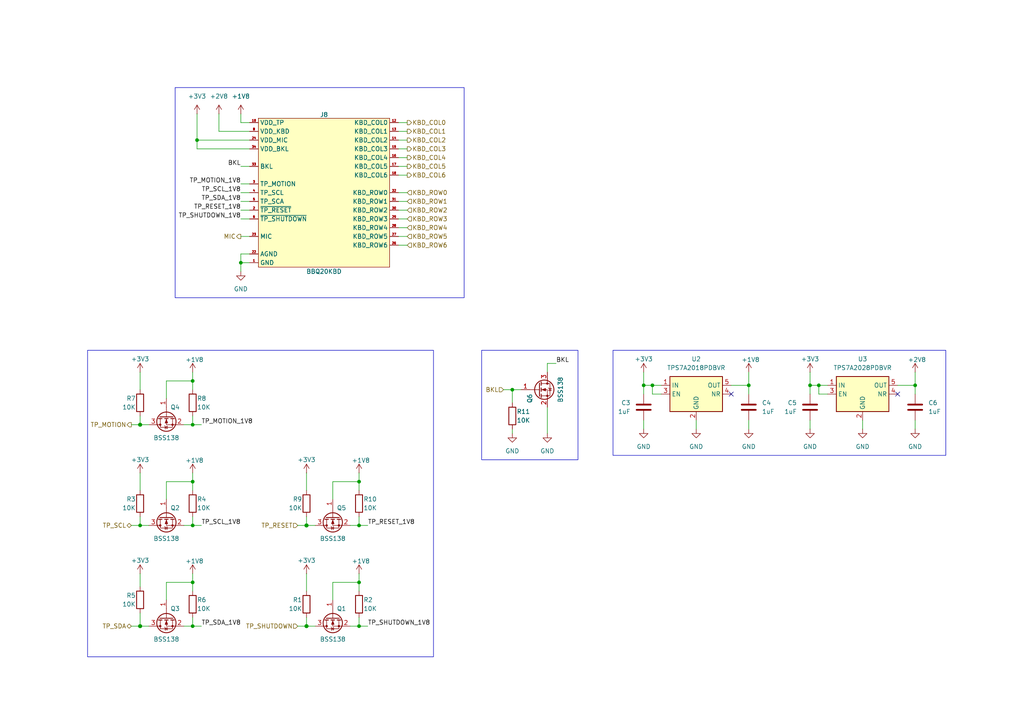
<source format=kicad_sch>
(kicad_sch (version 20250114) (generator "eeschema") (generator_version "9.0")
  (paper "A4")
  (title_block (title "BBQ20KDB Breakout Board") (date "2025-06-16") (rev "1.0.0") (company "Greg PFISTER") (comment 3 "Many thanks to @arturo182.") (comment 4 "Copyright (c) 2025, Greg PFISTER. CERN Open Hardware Licence v1.2."))
  (lib_symbols
    (symbol "BBQ20KBD-Connector:BBQ20KBD Connector"
      (property "Reference" "J" (at 0 22.86 0))
      (property "Value" "BBQ20KBD" (at 0 -22.86 0))
      (symbol "BBQ20KBD Connector_1_1"
        (rectangle (start -19.05 21.59) (end 19.05 -21.59) (fill (type color) (color 255 255 194 1)))
        (rectangle private (start 22.86 -25.4) (end -22.86 -38.1))
        (pin power_in line (at -21.59 20.32 0) (length 2.54) (name "VDD_TP") (number "10"))
        (pin power_in line (at -21.59 17.78 0) (length 2.54) (name "VDD_KBD") (number "8"))
        (pin power_in line (at -21.59 15.24 0) (length 2.54) (name "VDD_MIC") (number "24"))
        (pin power_in line (at -21.59 12.7 0) (length 2.54) (name "VDD_BKL") (number "34"))
        (pin bidirectional line (at -21.59 7.62 0) (length 2.54) (name "BKL") (number "33"))
        (pin output line (at -21.59 2.54 0) (length 2.54) (name "TP_MOTION") (number "3"))
        (pin bidirectional line (at -21.59 0 0) (length 2.54) (name "TP_SCL") (number "4"))
        (pin bidirectional line (at -21.59 -2.54 0) (length 2.54) (name "TP_SCA") (number "5"))
        (pin input line (at -21.59 -5.08 0) (length 2.54) (name "~{TP_RESET}") (number "2"))
        (pin input line (at -21.59 -7.62 0) (length 2.54) (name "~{TP_SHUTDOWN}") (number "6"))
        (pin output line (at -21.59 -12.7 0) (length 2.54) (name "MIC") (number "23"))
        (pin power_in line (at -21.59 -17.78 0) (length 2.54) (name "AGND") (number "22"))
        (pin power_in line (at -21.59 -20.32 0) (length 2.54) (name "GND") (number "1"))
        (pin no_connect line (at -21.59 -40.64 90) (length 2.54) (hide yes) (name "N.C") (number "44"))
        (pin no_connect line (at -19.05 -40.64 90) (length 2.54) (hide yes) (name "N.C") (number "43"))
        (pin no_connect line (at -16.51 -40.64 90) (length 2.54) (hide yes) (name "N.C") (number "42"))
        (pin no_connect line (at -13.97 -40.64 90) (length 2.54) (hide yes) (name "N.C") (number "41"))
        (pin no_connect line (at -11.43 -40.64 90) (length 2.54) (hide yes) (name "N.C") (number "40"))
        (pin no_connect line (at -8.89 -40.64 90) (length 2.54) (hide yes) (name "N.C") (number "39"))
        (pin no_connect line (at -6.35 -40.64 90) (length 2.54) (hide yes) (name "N.C") (number "38"))
        (pin no_connect line (at -3.81 -40.64 90) (length 2.54) (hide yes) (name "N.C") (number "37"))
        (pin no_connect line (at -1.27 -40.64 90) (length 2.54) (hide yes) (name "N.C") (number "36"))
        (pin no_connect line (at 1.27 -40.64 90) (length 2.54) (hide yes) (name "N.C") (number "35"))
        (pin no_connect line (at 3.81 -40.64 90) (length 2.54) (hide yes) (name "N.C") (number "33"))
        (pin no_connect line (at 6.35 -40.64 90) (length 2.54) (hide yes) (name "N.C") (number "25"))
        (pin no_connect line (at 8.89 -40.64 90) (length 2.54) (hide yes) (name "N.C") (number "21"))
        (pin no_connect line (at 11.43 -40.64 90) (length 2.54) (hide yes) (name "N.C") (number "20"))
        (pin no_connect line (at 13.97 -40.64 90) (length 2.54) (hide yes) (name "N.C") (number "19"))
        (pin no_connect line (at 16.51 -40.64 90) (length 2.54) (hide yes) (name "N.C") (number "11"))
        (pin no_connect line (at 19.05 -40.64 90) (length 2.54) (hide yes) (name "N.C") (number "9"))
        (pin bidirectional line (at 21.59 20.32 180) (length 2.54) (name "KBD_COL0") (number "12"))
        (pin bidirectional line (at 21.59 17.78 180) (length 2.54) (name "KBD_COL1") (number "13"))
        (pin bidirectional line (at 21.59 15.24 180) (length 2.54) (name "KBD_COL2") (number "14"))
        (pin bidirectional line (at 21.59 12.7 180) (length 2.54) (name "KBD_COL3") (number "15"))
        (pin bidirectional line (at 21.59 10.16 180) (length 2.54) (name "KBD_COL4") (number "16"))
        (pin bidirectional line (at 21.59 7.62 180) (length 2.54) (name "KBD_COL5") (number "17"))
        (pin bidirectional line (at 21.59 5.08 180) (length 2.54) (name "KBD_COL6") (number "18"))
        (pin bidirectional line (at 21.59 0 180) (length 2.54) (name "KBD_ROW0") (number "32"))
        (pin bidirectional line (at 21.59 -2.54 180) (length 2.54) (name "KBD_ROW1") (number "31"))
        (pin bidirectional line (at 21.59 -5.08 180) (length 2.54) (name "KBD_ROW2") (number "30"))
        (pin bidirectional line (at 21.59 -7.62 180) (length 2.54) (name "KBD_ROW3") (number "29"))
        (pin bidirectional line (at 21.59 -10.16 180) (length 2.54) (name "KBD_ROW4") (number "28"))
        (pin bidirectional line (at 21.59 -12.7 180) (length 2.54) (name "KBD_ROW5") (number "27"))
        (pin bidirectional line (at 21.59 -15.24 180) (length 2.54) (name "KBD_ROW6") (number "26"))
        (pin no_connect line (at 21.59 -40.64 90) (length 2.54) (hide yes) (name "N.C") (number "7"))
      )
    )
    (symbol "Device:C" (pin_numbers (hide yes)) (pin_names (offset 0.254))
      (property "Reference" "C" (at 0.635 2.54 0))
      (property "Value" "C" (at 0.635 -2.54 0))
      (symbol "C_0_1"
        (polyline (pts (xy -2.032 0.762) (xy 2.032 0.762)) (stroke (width 0.508)))
        (polyline (pts (xy -2.032 -0.762) (xy 2.032 -0.762)) (stroke (width 0.508)))
      )
      (symbol "C_1_1"
        (pin passive line (at 0 3.81 270) (length 2.794) (name "~") (number "1"))
        (pin passive line (at 0 -3.81 90) (length 2.794) (name "~") (number "2"))
      )
    )
    (symbol "Device:R" (pin_numbers (hide yes)) (pin_names (offset 0))
      (property "Reference" "R" (at 2.032 0 90))
      (property "Value" "R" (at 0 0 90))
      (symbol "R_0_1"
        (rectangle (start -1.016 -2.54) (end 1.016 2.54) (stroke (width 0.254)))
      )
      (symbol "R_1_1"
        (pin passive line (at 0 3.81 270) (length 1.27) (name "~") (number "1"))
        (pin passive line (at 0 -3.81 90) (length 1.27) (name "~") (number "2"))
      )
    )
    (symbol "Regulator_Linear:TPS73618DBV"
      (property "Reference" "U" (at -6.35 6.35 0))
      (property "Value" "TPS73618DBV" (at 1.27 6.35 0))
      (symbol "TPS73618DBV_0_1"
        (rectangle (start -7.62 -5.08) (end 7.62 5.08) (stroke (width 0.254)) (fill (type background)))
      )
      (symbol "TPS73618DBV_1_1"
        (pin power_in line (at -10.16 2.54 0) (length 2.54) (name "IN") (number "1"))
        (pin input line (at -10.16 0 0) (length 2.54) (name "EN") (number "3"))
        (pin power_in line (at 0 -7.62 90) (length 2.54) (name "GND") (number "2"))
        (pin power_out line (at 10.16 2.54 180) (length 2.54) (name "OUT") (number "5"))
        (pin passive line (at 10.16 0 180) (length 2.54) (name "NR") (number "4"))
      )
    )
    (symbol "Transistor_FET:BSS138" (pin_names (hide yes))
      (property "Reference" "Q" (at 5.08 1.905 0))
      (property "Value" "BSS138" (at 5.08 0 0))
      (symbol "BSS138_0_1"
        (polyline (pts (xy 0.254 1.905) (xy 0.254 -1.905)) (stroke (width 0.254)))
        (polyline (pts (xy 0.254 0) (xy -2.54 0)))
        (polyline (pts (xy 0.762 2.286) (xy 0.762 1.27)) (stroke (width 0.254)))
        (polyline (pts (xy 0.762 0.508) (xy 0.762 -0.508)) (stroke (width 0.254)))
        (polyline (pts (xy 0.762 -1.27) (xy 0.762 -2.286)) (stroke (width 0.254)))
        (polyline (pts (xy 0.762 -1.778) (xy 3.302 -1.778) (xy 3.302 1.778) (xy 0.762 1.778)))
        (polyline (pts (xy 1.016 0) (xy 2.032 0.381) (xy 2.032 -0.381) (xy 1.016 0)) (fill (type outline)))
        (circle (center 1.651 0) (radius 2.794) (stroke (width 0.254)))
        (polyline (pts (xy 2.54 2.54) (xy 2.54 1.778)))
        (circle (center 2.54 1.778) (radius 0.254) (fill (type outline)))
        (circle (center 2.54 -1.778) (radius 0.254) (fill (type outline)))
        (polyline (pts (xy 2.54 -2.54) (xy 2.54 0) (xy 0.762 0)))
        (polyline (pts (xy 2.794 0.508) (xy 2.921 0.381) (xy 3.683 0.381) (xy 3.81 0.254)))
        (polyline (pts (xy 3.302 0.381) (xy 2.921 -0.254) (xy 3.683 -0.254) (xy 3.302 0.381)))
      )
      (symbol "BSS138_1_1"
        (pin input line (at -5.08 0 0) (length 2.54) (name "G") (number "1"))
        (pin passive line (at 2.54 5.08 270) (length 2.54) (name "D") (number "3"))
        (pin passive line (at 2.54 -5.08 90) (length 2.54) (name "S") (number "2"))
      )
    )
    (symbol "power:+1V8" (power) (pin_numbers (hide yes)) (pin_names (offset 0) (hide yes))
      (property "Value" "+1V8" (at 0 3.556 0))
      (symbol "+1V8_0_1"
        (polyline (pts (xy -0.762 1.27) (xy 0 2.54)))
        (polyline (pts (xy 0 2.54) (xy 0.762 1.27)))
        (polyline (pts (xy 0 0) (xy 0 2.54)))
      )
      (symbol "+1V8_1_1"
        (pin power_in line (at 0 0 90) (length 0) (name "~") (number "1"))
      )
    )
    (symbol "power:+2V8" (power) (pin_numbers (hide yes)) (pin_names (offset 0) (hide yes))
      (property "Value" "+2V8" (at 0 3.556 0))
      (symbol "+2V8_0_1"
        (polyline (pts (xy -0.762 1.27) (xy 0 2.54)))
        (polyline (pts (xy 0 2.54) (xy 0.762 1.27)))
        (polyline (pts (xy 0 0) (xy 0 2.54)))
      )
      (symbol "+2V8_1_1"
        (pin power_in line (at 0 0 90) (length 0) (name "~") (number "1"))
      )
    )
    (symbol "power:+3.3V" (power) (pin_numbers (hide yes)) (pin_names (offset 0) (hide yes))
      (property "Value" "+3.3V" (at 0 3.556 0))
      (symbol "+3.3V_0_1"
        (polyline (pts (xy -0.762 1.27) (xy 0 2.54)))
        (polyline (pts (xy 0 2.54) (xy 0.762 1.27)))
        (polyline (pts (xy 0 0) (xy 0 2.54)))
      )
      (symbol "+3.3V_1_1"
        (pin power_in line (at 0 0 90) (length 0) (name "~") (number "1"))
      )
    )
    (symbol "power:GND" (power) (pin_numbers (hide yes)) (pin_names (offset 0) (hide yes))
      (property "Value" "GND" (at 0 -3.81 0))
      (symbol "GND_0_1"
        (polyline (pts (xy 0 0) (xy 0 -1.27) (xy 1.27 -1.27) (xy 0 -2.54) (xy -1.27 -1.27) (xy 0 -1.27)))
      )
      (symbol "GND_1_1"
        (pin power_in line (at 0 0 270) (length 0) (name "~") (number "1"))
      )
    )
  )
  (rectangle (start 139.7 101.6) (end 167.64 133.35))
  (rectangle (start 177.8 101.6) (end 274.32 132.08))
  (rectangle (start 25.4 101.6) (end 125.73 190.5))
  (rectangle (start 50.8 25.4) (end 134.62 86.36))
  (junction (at 88.9 152.4) (diameter 1.016))
  (junction (at 55.88 110.49))
  (junction (at 234.95 111.76))
  (junction (at 40.64 152.4))
  (junction (at 237.49 111.76))
  (junction (at 104.14 139.7))
  (junction (at 55.88 139.7))
  (junction (at 57.15 40.64))
  (junction (at 40.64 123.19) (diameter 1.016))
  (junction (at 104.14 152.4))
  (junction (at 55.88 181.61))
  (junction (at 265.43 111.76))
  (junction (at 88.9 181.61) (diameter 1.016))
  (junction (at 55.88 168.91))
  (junction (at 217.17 111.76))
  (junction (at 55.88 152.4))
  (junction (at 189.23 111.76))
  (junction (at 104.14 168.91))
  (junction (at 55.88 123.19))
  (junction (at 186.69 111.76))
  (junction (at 69.85 76.2))
  (junction (at 40.64 181.61) (diameter 1.016))
  (junction (at 148.59 113.03))
  (junction (at 104.14 181.61))
  (no_connect (at 212.09 114.3))
  (no_connect (at 260.35 114.3))
  (wire (pts (xy 158.75 105.41) (xy 158.75 107.95)))
  (wire (pts (xy 217.17 121.92) (xy 217.17 124.46)))
  (wire (pts (xy 38.1 152.4) (xy 40.64 152.4)))
  (wire (pts (xy 88.9 149.86) (xy 88.9 152.4)))
  (wire (pts (xy 88.9 137.16) (xy 88.9 142.24)))
  (wire (pts (xy 101.6 152.4) (xy 104.14 152.4)))
  (wire (pts (xy 53.34 181.61) (xy 55.88 181.61)))
  (wire (pts (xy 86.36 152.4) (xy 88.9 152.4)))
  (wire (pts (xy 237.49 114.3) (xy 237.49 111.76)))
  (wire (pts (xy 104.14 137.16) (xy 104.14 139.7)))
  (wire (pts (xy 48.26 139.7) (xy 55.88 139.7)))
  (wire (pts (xy 72.39 38.1) (xy 63.5 38.1)))
  (wire (pts (xy 69.85 73.66) (xy 72.39 73.66)))
  (wire (pts (xy 146.05 113.03) (xy 148.59 113.03)))
  (wire (pts (xy 55.88 137.16) (xy 55.88 139.7)))
  (wire (pts (xy 40.64 120.65) (xy 40.64 123.19)))
  (wire (pts (xy 234.95 121.92) (xy 234.95 124.46)))
  (wire (pts (xy 104.14 179.07) (xy 104.14 181.61)))
  (wire (pts (xy 40.64 181.61) (xy 43.18 181.61)))
  (wire (pts (xy 69.85 33.02) (xy 69.85 35.56)))
  (wire (pts (xy 148.59 124.46) (xy 148.59 125.73)))
  (wire (pts (xy 161.29 105.41) (xy 158.75 105.41)))
  (wire (pts (xy 104.14 139.7) (xy 104.14 142.24)))
  (wire (pts (xy 53.34 152.4) (xy 55.88 152.4)))
  (wire (pts (xy 69.85 58.42) (xy 72.39 58.42)))
  (wire (pts (xy 40.64 107.95) (xy 40.64 113.03)))
  (wire (pts (xy 186.69 111.76) (xy 189.23 111.76)))
  (wire (pts (xy 234.95 111.76) (xy 237.49 111.76)))
  (wire (pts (xy 55.88 107.95) (xy 55.88 110.49)))
  (wire (pts (xy 88.9 179.07) (xy 88.9 181.61)))
  (wire (pts (xy 40.64 123.19) (xy 43.18 123.19)))
  (wire (pts (xy 40.64 166.37) (xy 40.64 170.18)))
  (wire (pts (xy 148.59 113.03) (xy 151.13 113.03)))
  (wire (pts (xy 69.85 68.58) (xy 72.39 68.58)))
  (wire (pts (xy 265.43 111.76) (xy 265.43 114.3)))
  (wire (pts (xy 69.85 73.66) (xy 69.85 76.2)))
  (wire (pts (xy 189.23 114.3) (xy 189.23 111.76)))
  (wire (pts (xy 40.64 177.8) (xy 40.64 181.61)))
  (wire (pts (xy 69.85 76.2) (xy 72.39 76.2)))
  (wire (pts (xy 55.88 166.37) (xy 55.88 168.91)))
  (wire (pts (xy 69.85 76.2) (xy 69.85 78.74)))
  (wire (pts (xy 38.1 123.19) (xy 40.64 123.19)))
  (wire (pts (xy 40.64 152.4) (xy 43.18 152.4)))
  (wire (pts (xy 63.5 33.02) (xy 63.5 38.1)))
  (wire (pts (xy 186.69 121.92) (xy 186.69 124.46)))
  (wire (pts (xy 69.85 63.5) (xy 72.39 63.5)))
  (wire (pts (xy 237.49 111.76) (xy 240.03 111.76)))
  (wire (pts (xy 148.59 113.03) (xy 148.59 116.84)))
  (wire (pts (xy 48.26 144.78) (xy 48.26 139.7)))
  (wire (pts (xy 88.9 152.4) (xy 91.44 152.4)))
  (wire (pts (xy 115.57 43.18) (xy 118.11 43.18)))
  (wire (pts (xy 55.88 149.86) (xy 55.88 152.4)))
  (wire (pts (xy 104.14 168.91) (xy 104.14 171.45)))
  (wire (pts (xy 191.77 114.3) (xy 189.23 114.3)))
  (wire (pts (xy 96.52 173.99) (xy 96.52 168.91)))
  (wire (pts (xy 115.57 58.42) (xy 118.11 58.42)))
  (wire (pts (xy 115.57 71.12) (xy 118.11 71.12)))
  (wire (pts (xy 55.88 168.91) (xy 55.88 171.45)))
  (wire (pts (xy 106.68 152.4) (xy 104.14 152.4)))
  (wire (pts (xy 106.68 181.61) (xy 104.14 181.61)))
  (wire (pts (xy 69.85 48.26) (xy 72.39 48.26)))
  (wire (pts (xy 240.03 114.3) (xy 237.49 114.3)))
  (wire (pts (xy 72.39 43.18) (xy 57.15 43.18)))
  (wire (pts (xy 115.57 40.64) (xy 118.11 40.64)))
  (wire (pts (xy 55.88 139.7) (xy 55.88 142.24)))
  (wire (pts (xy 101.6 181.61) (xy 104.14 181.61)))
  (wire (pts (xy 38.1 181.61) (xy 40.64 181.61)))
  (wire (pts (xy 186.69 111.76) (xy 186.69 114.3)))
  (wire (pts (xy 69.85 35.56) (xy 72.39 35.56)))
  (wire (pts (xy 58.42 181.61) (xy 55.88 181.61)))
  (wire (pts (xy 48.26 115.57) (xy 48.26 110.49)))
  (wire (pts (xy 88.9 166.37) (xy 88.9 171.45)))
  (wire (pts (xy 250.19 121.92) (xy 250.19 124.46)))
  (wire (pts (xy 212.09 111.76) (xy 217.17 111.76)))
  (wire (pts (xy 57.15 33.02) (xy 57.15 40.64)))
  (wire (pts (xy 57.15 43.18) (xy 57.15 40.64)))
  (wire (pts (xy 53.34 123.19) (xy 55.88 123.19)))
  (wire (pts (xy 115.57 45.72) (xy 118.11 45.72)))
  (wire (pts (xy 48.26 168.91) (xy 55.88 168.91)))
  (wire (pts (xy 158.75 118.11) (xy 158.75 125.73)))
  (wire (pts (xy 88.9 181.61) (xy 91.44 181.61)))
  (wire (pts (xy 96.52 168.91) (xy 104.14 168.91)))
  (wire (pts (xy 115.57 38.1) (xy 118.11 38.1)))
  (wire (pts (xy 186.69 107.95) (xy 186.69 111.76)))
  (wire (pts (xy 234.95 111.76) (xy 234.95 114.3)))
  (wire (pts (xy 40.64 149.86) (xy 40.64 152.4)))
  (wire (pts (xy 115.57 48.26) (xy 118.11 48.26)))
  (wire (pts (xy 48.26 173.99) (xy 48.26 168.91)))
  (wire (pts (xy 69.85 53.34) (xy 72.39 53.34)))
  (wire (pts (xy 115.57 60.96) (xy 118.11 60.96)))
  (wire (pts (xy 55.88 179.07) (xy 55.88 181.61)))
  (wire (pts (xy 96.52 144.78) (xy 96.52 139.7)))
  (wire (pts (xy 55.88 120.65) (xy 55.88 123.19)))
  (wire (pts (xy 234.95 107.95) (xy 234.95 111.76)))
  (wire (pts (xy 57.15 40.64) (xy 72.39 40.64)))
  (wire (pts (xy 115.57 66.04) (xy 118.11 66.04)))
  (wire (pts (xy 201.93 121.92) (xy 201.93 124.46)))
  (wire (pts (xy 55.88 152.4) (xy 58.42 152.4)))
  (wire (pts (xy 55.88 110.49) (xy 55.88 113.03)))
  (wire (pts (xy 58.42 123.19) (xy 55.88 123.19)))
  (wire (pts (xy 260.35 111.76) (xy 265.43 111.76)))
  (wire (pts (xy 115.57 68.58) (xy 118.11 68.58)))
  (wire (pts (xy 40.64 137.16) (xy 40.64 142.24)))
  (wire (pts (xy 265.43 121.92) (xy 265.43 124.46)))
  (wire (pts (xy 115.57 50.8) (xy 118.11 50.8)))
  (wire (pts (xy 217.17 107.95) (xy 217.17 111.76)))
  (wire (pts (xy 115.57 55.88) (xy 118.11 55.88)))
  (wire (pts (xy 104.14 149.86) (xy 104.14 152.4)))
  (wire (pts (xy 104.14 166.37) (xy 104.14 168.91)))
  (wire (pts (xy 115.57 35.56) (xy 118.11 35.56)))
  (wire (pts (xy 265.43 107.95) (xy 265.43 111.76)))
  (wire (pts (xy 96.52 139.7) (xy 104.14 139.7)))
  (wire (pts (xy 189.23 111.76) (xy 191.77 111.76)))
  (wire (pts (xy 217.17 111.76) (xy 217.17 114.3)))
  (wire (pts (xy 115.57 63.5) (xy 118.11 63.5)))
  (wire (pts (xy 86.36 181.61) (xy 88.9 181.61)))
  (wire (pts (xy 69.85 60.96) (xy 72.39 60.96)))
  (wire (pts (xy 69.85 55.88) (xy 72.39 55.88)))
  (wire (pts (xy 48.26 110.49) (xy 55.88 110.49)))
  (label "TP_SCL_1V8" (at 69.85 55.88 180))
  (label "TP_RESET_1V8" (at 106.68 152.4 0))
  (label "TP_SCL_1V8" (at 58.42 152.4 0))
  (label "TP_RESET_1V8" (at 69.85 60.96 180))
  (label "TP_SDA_1V8" (at 69.85 58.42 180))
  (label "TP_MOTION_1V8" (at 69.85 53.34 180))
  (label "BKL" (at 69.85 48.26 180))
  (label "TP_SHUTDOWN_1V8" (at 69.85 63.5 180))
  (label "BKL" (at 161.29 105.41 0))
  (label "TP_MOTION_1V8" (at 58.42 123.19 0))
  (label "TP_SDA_1V8" (at 58.42 181.61 0))
  (label "TP_SHUTDOWN_1V8" (at 106.68 181.61 0))
  (hierarchical_label "KBD_COL4" (shape output) (at 118.11 45.72 0))
  (hierarchical_label "KBD_COL3" (shape output) (at 118.11 43.18 0))
  (hierarchical_label "KBD_ROW0" (shape input) (at 118.11 55.88 0))
  (hierarchical_label "KBD_COL5" (shape output) (at 118.11 48.26 0))
  (hierarchical_label "TP_MOTION" (shape output) (at 38.1 123.19 180))
  (hierarchical_label "KBD_COL2" (shape output) (at 118.11 40.64 0))
  (hierarchical_label "KBD_ROW2" (shape input) (at 118.11 60.96 0))
  (hierarchical_label "TP_RESET" (shape input) (at 86.36 152.4 180))
  (hierarchical_label "TP_SCL" (shape bidirectional) (at 38.1 152.4 180))
  (hierarchical_label "TP_SDA" (shape bidirectional) (at 38.1 181.61 180))
  (hierarchical_label "KBD_ROW5" (shape input) (at 118.11 68.58 0))
  (hierarchical_label "KBD_ROW1" (shape input) (at 118.11 58.42 0))
  (hierarchical_label "MIC" (shape output) (at 69.85 68.58 180))
  (hierarchical_label "BKL" (shape input) (at 146.05 113.03 180))
  (hierarchical_label "KBD_COL6" (shape output) (at 118.11 50.8 0))
  (hierarchical_label "KBD_COL0" (shape output) (at 118.11 35.56 0))
  (hierarchical_label "KBD_ROW3" (shape input) (at 118.11 63.5 0))
  (hierarchical_label "TP_SHUTDOWN" (shape input) (at 86.36 181.61 180))
  (hierarchical_label "KBD_ROW4" (shape input) (at 118.11 66.04 0))
  (hierarchical_label "KBD_COL1" (shape output) (at 118.11 38.1 0))
  (hierarchical_label "KBD_ROW6" (shape input) (at 118.11 71.12 0))
  (symbol (lib_id "Device:R") (at 88.9 146.05 0) (mirror x) (unit 1)
    (property "Reference" "R9" (at 87.63 144.7799 0) (effects (justify right)))
    (property "Value" "10K" (at 87.63 147.3199 0) (effects (justify right)))
    (property "Footprint" "Resistor_SMD:R_0603_1608Metric" (effects (hide yes)))
    (property "Description" "Resistor" (effects (hide yes)))
  )
  (symbol (lib_id "power:+1V8") (at 55.88 107.95 0) (mirror y) (unit 1)
    (property "Reference" "#PWR041" (effects (hide yes)))
    (property "Value" "+1V8" (at 59.055 104.3304 0) (effects (justify left)))
  )
  (symbol (lib_id "Device:R") (at 40.64 146.05 0) (mirror x) (unit 1)
    (property "Reference" "R3" (at 39.37 144.7799 0) (effects (justify right)))
    (property "Value" "10K" (at 39.37 147.3199 0) (effects (justify right)))
    (property "Footprint" "Resistor_SMD:R_0603_1608Metric" (effects (hide yes)))
    (property "Description" "Resistor" (effects (hide yes)))
  )
  (symbol (lib_id "power:+1V8") (at 104.14 137.16 0) (mirror y) (unit 1)
    (property "Reference" "#PWR042" (effects (hide yes)))
    (property "Value" "+1V8" (at 107.315 133.5404 0) (effects (justify left)))
  )
  (symbol (lib_id "power:GND") (at 69.85 78.74 0) (unit 1)
    (property "Reference" "#PWR07" (effects (hide yes)))
    (property "Value" "GND" (at 69.85 83.82 0))
    (property "Description" "Power symbol creates a global label with name \"GND\" , ground" (effects (hide yes)))
  )
  (symbol (lib_id "power:+3.3V") (at 40.64 107.95 0) (mirror y) (unit 1)
    (property "Reference" "#PWR035" (effects (hide yes)))
    (property "Value" "+3V3" (at 40.64 104.14 0))
  )
  (symbol (lib_id "Device:R") (at 40.64 173.99 0) (mirror x) (unit 1)
    (property "Reference" "R5" (at 39.37 172.7199 0) (effects (justify right)))
    (property "Value" "10K" (at 39.37 175.2599 0) (effects (justify right)))
    (property "Footprint" "Resistor_SMD:R_0603_1608Metric" (effects (hide yes)))
    (property "Description" "Resistor" (effects (hide yes)))
  )
  (symbol (lib_id "power:+1V8") (at 69.85 33.02 0) (unit 1)
    (property "Reference" "#PWR052" (effects (hide yes)))
    (property "Value" "+1V8" (at 69.85 27.94 0))
    (property "Description" "Power symbol creates a global label with name \"+1V8\"" (effects (hide yes)))
  )
  (symbol (lib_id "power:GND") (at 201.93 124.46 0) (unit 1)
    (property "Reference" "#PWR037" (effects (hide yes)))
    (property "Value" "GND" (at 201.93 129.54 0))
    (property "Description" "Power symbol creates a global label with name \"GND\" , ground" (effects (hide yes)))
  )
  (symbol (lib_id "Transistor_FET:BSS138") (at 48.26 120.65 90) (mirror x) (unit 1)
    (property "Reference" "Q4" (at 50.8 118.11 90))
    (property "Value" "BSS138" (at 48.26 127 90))
    (property "Footprint" "Package_TO_SOT_SMD:SOT-23" (effects (hide yes)))
    (property "LCSC" "C112239" (effects (hide yes)))
  )
  (symbol (lib_id "power:GND") (at 158.75 125.73 0) (unit 1)
    (property "Reference" "#PWR048" (effects (hide yes)))
    (property "Value" "GND" (at 158.75 130.81 0))
    (property "Description" "Power symbol creates a global label with name \"GND\" , ground" (effects (hide yes)))
  )
  (symbol (lib_id "power:+3.3V") (at 40.64 137.16 0) (mirror y) (unit 1)
    (property "Reference" "#PWR033" (effects (hide yes)))
    (property "Value" "+3V3" (at 40.64 133.35 0))
  )
  (symbol (lib_id "power:+1V8") (at 265.43 107.95 0) (mirror y) (unit 1)
    (property "Reference" "#PWR054" (effects (hide yes)))
    (property "Value" "+2V8" (at 268.605 104.3304 0) (effects (justify left)))
  )
  (symbol (lib_id "Regulator_Linear:TPS73618DBV") (at 201.93 114.3 0) (unit 1)
    (property "Reference" "U2" (at 201.93 104.14 0))
    (property "Value" "TPS7A2018PDBVR" (at 201.93 106.68 0))
    (property "Footprint" "Package_TO_SOT_SMD:SOT-23-5" (effects (hide yes)))
    (property "Datasheet" "https://www.ti.com/lit/ds/symlink/tps7a20.pdf" (effects (hide yes)))
    (property "Description" "TPS7A20 1.8V 300mA, Ultra-Low-Noise, Low-IQ, High PSRR LDO" (effects (hide yes)))
  )
  (symbol (lib_id "power:+1V8") (at 55.88 166.37 0) (mirror y) (unit 1)
    (property "Reference" "#PWR040" (effects (hide yes)))
    (property "Value" "+1V8" (at 59.055 162.7504 0) (effects (justify left)))
  )
  (symbol (lib_id "Device:C") (at 217.17 118.11 0) (unit 1)
    (property "Reference" "C4" (at 220.98 116.8399 0) (effects (justify left)))
    (property "Value" "1uF" (at 220.98 119.3799 0) (effects (justify left)))
    (property "Footprint" "Capacitor_SMD:C_0603_1608Metric" (effects (hide yes)))
    (property "Description" "Unpolarized capacitor" (effects (hide yes)))
  )
  (symbol (lib_id "power:GND") (at 148.59 125.73 0) (unit 1)
    (property "Reference" "#PWR047" (effects (hide yes)))
    (property "Value" "GND" (at 148.59 130.81 0))
    (property "Description" "Power symbol creates a global label with name \"GND\" , ground" (effects (hide yes)))
  )
  (symbol (lib_id "Regulator_Linear:TPS73618DBV") (at 250.19 114.3 0) (unit 1)
    (property "Reference" "U3" (at 250.19 104.14 0))
    (property "Value" "TPS7A2028PDBVR" (at 250.19 106.68 0))
    (property "Footprint" "Package_TO_SOT_SMD:SOT-23-5" (effects (hide yes)))
    (property "Datasheet" "https://www.ti.com/lit/ds/symlink/tps7a20.pdf" (effects (hide yes)))
    (property "Description" "TPS7A20 300mA, Ultra-Low-Noise, Low-IQ, High PSRR LDO, 1.8V output" (effects (hide yes)))
  )
  (symbol (lib_id "power:GND") (at 186.69 124.46 0) (unit 1)
    (property "Reference" "#PWR031" (effects (hide yes)))
    (property "Value" "GND" (at 186.69 129.54 0))
    (property "Description" "Power symbol creates a global label with name \"GND\" , ground" (effects (hide yes)))
  )
  (symbol (lib_id "Device:R") (at 55.88 116.84 180) (unit 1)
    (property "Reference" "R8" (at 57.15 115.5699 0) (effects (justify right)))
    (property "Value" "10K" (at 57.15 118.1099 0) (effects (justify right)))
    (property "Footprint" "Resistor_SMD:R_0603_1608Metric" (effects (hide yes)))
    (property "Description" "Resistor" (effects (hide yes)))
  )
  (symbol (lib_id "Device:C") (at 265.43 118.11 0) (unit 1)
    (property "Reference" "C6" (at 269.24 116.8399 0) (effects (justify left)))
    (property "Value" "1uF" (at 269.24 119.3799 0) (effects (justify left)))
    (property "Footprint" "Capacitor_SMD:C_0603_1608Metric" (effects (hide yes)))
    (property "Description" "Unpolarized capacitor" (effects (hide yes)))
  )
  (symbol (lib_id "BBQ20KBD-Connector:BBQ20KBD Connector") (at 93.98 55.88 0) (unit 1)
    (property "Reference" "J8" (at 93.98 33.274 0))
    (property "Value" "BBQ20KBD" (at 93.98 78.74 0))
    (property "Footprint" "Connector_Hirose:Hirose_BM20B0.8-40DS-0.4V" (effects (hide yes)))
  )
  (symbol (lib_id "power:GND") (at 250.19 124.46 0) (unit 1)
    (property "Reference" "#PWR049" (effects (hide yes)))
    (property "Value" "GND" (at 250.19 129.54 0))
    (property "Description" "Power symbol creates a global label with name \"GND\" , ground" (effects (hide yes)))
  )
  (symbol (lib_id "power:+2V8") (at 63.5 33.02 0) (unit 1)
    (property "Reference" "#PWR051" (effects (hide yes)))
    (property "Value" "+2V8" (at 63.5 27.94 0))
    (property "Description" "Power symbol creates a global label with name \"+2V8\"" (effects (hide yes)))
  )
  (symbol (lib_id "Transistor_FET:BSS138") (at 96.52 179.07 90) (mirror x) (unit 1)
    (property "Reference" "Q1" (at 99.06 176.53 90))
    (property "Value" "BSS138" (at 96.52 185.42 90))
    (property "Footprint" "Package_TO_SOT_SMD:SOT-23" (effects (hide yes)))
    (property "LCSC" "C112239" (effects (hide yes)))
  )
  (symbol (lib_id "Device:R") (at 55.88 146.05 180) (unit 1)
    (property "Reference" "R4" (at 57.15 144.7799 0) (effects (justify right)))
    (property "Value" "10K" (at 57.15 147.3199 0) (effects (justify right)))
    (property "Footprint" "Resistor_SMD:R_0603_1608Metric" (effects (hide yes)))
    (property "Description" "Resistor" (effects (hide yes)))
  )
  (symbol (lib_id "power:GND") (at 265.43 124.46 0) (unit 1)
    (property "Reference" "#PWR055" (effects (hide yes)))
    (property "Value" "GND" (at 265.43 129.54 0))
    (property "Description" "Power symbol creates a global label with name \"GND\" , ground" (effects (hide yes)))
  )
  (symbol (lib_id "Transistor_FET:BSS138") (at 156.21 113.03 0) (unit 1)
    (property "Reference" "Q6" (at 153.67 115.57 90))
    (property "Value" "BSS138" (at 162.56 113.03 90))
    (property "Footprint" "Package_TO_SOT_SMD:SOT-23" (effects (hide yes)))
    (property "LCSC" "C112239" (effects (hide yes)))
  )
  (symbol (lib_id "power:+3.3V") (at 186.69 107.95 0) (mirror y) (unit 1)
    (property "Reference" "#PWR030" (effects (hide yes)))
    (property "Value" "+3V3" (at 186.69 104.14 0))
  )
  (symbol (lib_id "Device:R") (at 104.14 146.05 180) (unit 1)
    (property "Reference" "R10" (at 105.41 144.7799 0) (effects (justify right)))
    (property "Value" "10K" (at 105.41 147.3199 0) (effects (justify right)))
    (property "Footprint" "Resistor_SMD:R_0603_1608Metric" (effects (hide yes)))
    (property "Description" "Resistor" (effects (hide yes)))
  )
  (symbol (lib_id "power:+1V8") (at 104.14 166.37 0) (mirror y) (unit 1)
    (property "Reference" "#PWR038" (effects (hide yes)))
    (property "Value" "+1V8" (at 107.315 162.7504 0) (effects (justify left)))
  )
  (symbol (lib_id "power:+1V8") (at 55.88 137.16 0) (mirror y) (unit 1)
    (property "Reference" "#PWR039" (effects (hide yes)))
    (property "Value" "+1V8" (at 59.055 133.5404 0) (effects (justify left)))
  )
  (symbol (lib_id "power:GND") (at 217.17 124.46 0) (unit 1)
    (property "Reference" "#PWR044" (effects (hide yes)))
    (property "Value" "GND" (at 217.17 129.54 0))
    (property "Description" "Power symbol creates a global label with name \"GND\" , ground" (effects (hide yes)))
  )
  (symbol (lib_id "power:+3.3V") (at 88.9 166.37 0) (mirror y) (unit 1)
    (property "Reference" "#PWR032" (effects (hide yes)))
    (property "Value" "+3V3" (at 88.9 162.56 0))
  )
  (symbol (lib_id "Device:C") (at 234.95 118.11 0) (mirror x) (unit 1)
    (property "Reference" "C5" (at 231.14 116.8399 0) (effects (justify right)))
    (property "Value" "1uF" (at 231.14 119.3799 0) (effects (justify right)))
    (property "Footprint" "Capacitor_SMD:C_0603_1608Metric" (effects (hide yes)))
    (property "Description" "Unpolarized capacitor" (effects (hide yes)))
  )
  (symbol (lib_id "Transistor_FET:BSS138") (at 96.52 149.86 90) (mirror x) (unit 1)
    (property "Reference" "Q5" (at 99.06 147.32 90))
    (property "Value" "BSS138" (at 96.52 156.21 90))
    (property "Footprint" "Package_TO_SOT_SMD:SOT-23" (effects (hide yes)))
    (property "LCSC" "C112239" (effects (hide yes)))
  )
  (symbol (lib_id "power:+3.3V") (at 40.64 166.37 0) (mirror y) (unit 1)
    (property "Reference" "#PWR034" (effects (hide yes)))
    (property "Value" "+3V3" (at 40.64 162.56 0))
  )
  (symbol (lib_id "Device:R") (at 104.14 175.26 180) (unit 1)
    (property "Reference" "R2" (at 105.41 173.9899 0) (effects (justify right)))
    (property "Value" "10K" (at 105.41 176.5299 0) (effects (justify right)))
    (property "Footprint" "Resistor_SMD:R_0603_1608Metric" (effects (hide yes)))
    (property "Description" "Resistor" (effects (hide yes)))
  )
  (symbol (lib_id "Device:R") (at 40.64 116.84 0) (mirror x) (unit 1)
    (property "Reference" "R7" (at 39.37 115.5699 0) (effects (justify right)))
    (property "Value" "10K" (at 39.37 118.1099 0) (effects (justify right)))
    (property "Footprint" "Resistor_SMD:R_0603_1608Metric" (effects (hide yes)))
    (property "Description" "Resistor" (effects (hide yes)))
  )
  (symbol (lib_id "Device:R") (at 148.59 120.65 180) (unit 1)
    (property "Reference" "R11" (at 149.86 119.3799 0) (effects (justify right)))
    (property "Value" "10K" (at 149.86 121.9199 0) (effects (justify right)))
    (property "Footprint" "Resistor_SMD:R_0603_1608Metric" (effects (hide yes)))
    (property "Description" "Resistor" (effects (hide yes)))
  )
  (symbol (lib_id "power:+3.3V") (at 88.9 137.16 0) (mirror y) (unit 1)
    (property "Reference" "#PWR036" (effects (hide yes)))
    (property "Value" "+3V3" (at 88.9 133.35 0))
  )
  (symbol (lib_id "power:+1V8") (at 217.17 107.95 0) (mirror y) (unit 1)
    (property "Reference" "#PWR043" (effects (hide yes)))
    (property "Value" "+1V8" (at 220.345 104.3304 0) (effects (justify left)))
  )
  (symbol (lib_id "Device:R") (at 55.88 175.26 180) (unit 1)
    (property "Reference" "R6" (at 57.15 173.9899 0) (effects (justify right)))
    (property "Value" "10K" (at 57.15 176.5299 0) (effects (justify right)))
    (property "Footprint" "Resistor_SMD:R_0603_1608Metric" (effects (hide yes)))
    (property "Description" "Resistor" (effects (hide yes)))
  )
  (symbol (lib_id "Transistor_FET:BSS138") (at 48.26 149.86 90) (mirror x) (unit 1)
    (property "Reference" "Q2" (at 50.8 147.32 90))
    (property "Value" "BSS138" (at 48.26 156.21 90))
    (property "Footprint" "Package_TO_SOT_SMD:SOT-23" (effects (hide yes)))
    (property "LCSC" "C112239" (effects (hide yes)))
  )
  (symbol (lib_id "Transistor_FET:BSS138") (at 48.26 179.07 90) (mirror x) (unit 1)
    (property "Reference" "Q3" (at 50.8 176.53 90))
    (property "Value" "BSS138" (at 48.26 185.42 90))
    (property "Footprint" "Package_TO_SOT_SMD:SOT-23" (effects (hide yes)))
    (property "LCSC" "C112239" (effects (hide yes)))
  )
  (symbol (lib_id "power:+3.3V") (at 234.95 107.95 0) (mirror y) (unit 1)
    (property "Reference" "#PWR045" (effects (hide yes)))
    (property "Value" "+3V3" (at 234.95 104.14 0))
  )
  (symbol (lib_id "Device:C") (at 186.69 118.11 0) (mirror y) (unit 1)
    (property "Reference" "C3" (at 182.88 116.8399 0) (effects (justify left)))
    (property "Value" "1uF" (at 182.88 119.3799 0) (effects (justify left)))
    (property "Footprint" "Capacitor_SMD:C_0603_1608Metric" (effects (hide yes)))
    (property "Description" "Unpolarized capacitor" (effects (hide yes)))
  )
  (symbol (lib_id "power:+3.3V") (at 57.15 33.02 0) (unit 1)
    (property "Reference" "#PWR050" (effects (hide yes)))
    (property "Value" "+3V3" (at 57.15 27.94 0))
    (property "Description" "Power symbol creates a global label with name \"+3.3V\"" (effects (hide yes)))
  )
  (symbol (lib_id "Device:R") (at 88.9 175.26 0) (mirror x) (unit 1)
    (property "Reference" "R1" (at 87.63 173.9899 0) (effects (justify right)))
    (property "Value" "10K" (at 87.63 176.5299 0) (effects (justify right)))
    (property "Footprint" "Resistor_SMD:R_0603_1608Metric" (effects (hide yes)))
    (property "Description" "Resistor" (effects (hide yes)))
  )
  (symbol (lib_id "power:GND") (at 234.95 124.46 0) (unit 1)
    (property "Reference" "#PWR046" (effects (hide yes)))
    (property "Value" "GND" (at 234.95 129.54 0))
    (property "Description" "Power symbol creates a global label with name \"GND\" , ground" (effects (hide yes)))
  )
)
</source>
